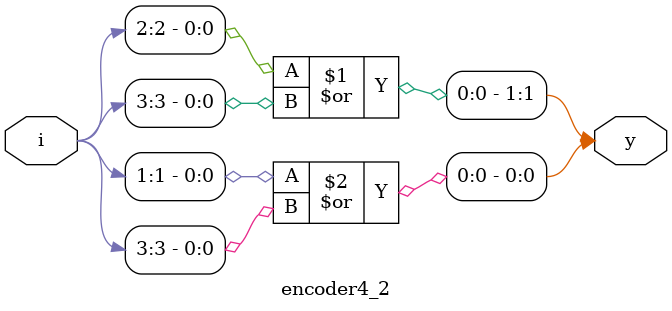
<source format=v>
module encoder4_2(y,i);
  output [1:0]y;
  input [3:0]i;
  or g1(y[1],i[2],i[3]);
  or g2(y[0],i[1],i[3]);
endmodule

</source>
